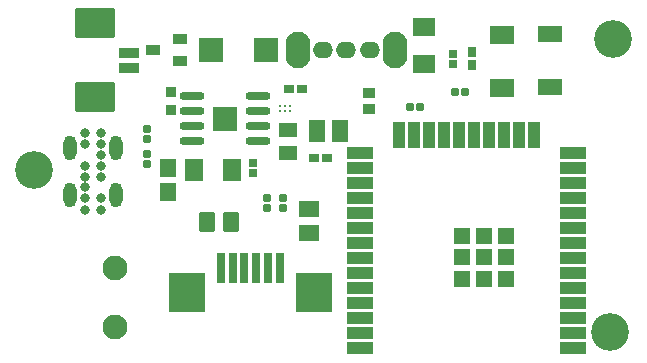
<source format=gts>
G04 Layer: TopSolderMaskLayer*
G04 EasyEDA v6.5.38, 2023-12-02 23:03:57*
G04 3574156a907d4d7c87788ecda130693a,c7ad1a84f3dd4ba2a6b1e1313e4bac77,10*
G04 Gerber Generator version 0.2*
G04 Scale: 100 percent, Rotated: No, Reflected: No *
G04 Dimensions in millimeters *
G04 leading zeros omitted , absolute positions ,4 integer and 5 decimal *
%FSLAX45Y45*%
%MOMM*%

%AMMACRO1*1,1,$1,$2,$3*1,1,$1,$4,$5*1,1,$1,0-$2,0-$3*1,1,$1,0-$4,0-$5*20,1,$1,$2,$3,$4,$5,0*20,1,$1,$4,$5,0-$2,0-$3,0*20,1,$1,0-$2,0-$3,0-$4,0-$5,0*20,1,$1,0-$4,0-$5,$2,$3,0*4,1,4,$2,$3,$4,$5,0-$2,0-$3,0-$4,0-$5,$2,$3,0*%
%ADD10R,2.2016X1.0516*%
%ADD11R,1.0516X2.2016*%
%ADD12MACRO1,0.1016X0.665X0.665X0.665X-0.665*%
%ADD13MACRO1,0.2032X0.58X-0.725X-0.58X-0.725*%
%ADD14R,1.6532X1.3632*%
%ADD15MACRO1,0.1016X0.395X0.27X0.395X-0.27*%
%ADD16MACRO1,0.1016X-0.395X0.27X-0.395X-0.27*%
%ADD17MACRO1,0.1016X-0.395X-0.27X-0.395X0.27*%
%ADD18MACRO1,0.1016X0.395X-0.27X0.395X0.27*%
%ADD19MACRO1,0.1016X-0.27X0.395X0.27X0.395*%
%ADD20MACRO1,0.1016X-0.27X-0.395X0.27X-0.395*%
%ADD21MACRO1,0.1016X-0.864X0.7425X0.864X0.7425*%
%ADD22MACRO1,0.1016X-0.864X-0.7425X0.864X-0.7425*%
%ADD23MACRO1,0.1016X0.45X0.4X0.45X-0.4*%
%ADD24MACRO1,0.1016X0.7425X0.864X0.7425X-0.864*%
%ADD25MACRO1,0.1016X-0.7425X0.864X-0.7425X-0.864*%
%ADD26R,1.4516X1.5116*%
%ADD27MACRO1,0.1016X0.8X0.4X0.8X-0.4*%
%ADD28MACRO1,0.1016X1.65X1.2X1.65X-1.2*%
%ADD29MACRO1,0.1016X-1X1X1X1*%
%ADD30MACRO1,0.1016X0.25X-1.25X-0.25X-1.25*%
%ADD31MACRO1,0.1016X1.5X-1.6X-1.5X-1.6*%
%ADD32MACRO1,0.1016X0.6X-0.9X-0.6X-0.9*%
%ADD33C,2.1016*%
%ADD34MACRO1,0.1016X0.5X-0.4X-0.5X-0.4*%
%ADD35MACRO1,0.1016X-0.6885X0.5663X0.6885X0.5663*%
%ADD36MACRO1,0.1016X-0.6885X-0.5663X0.6885X-0.5663*%
%ADD37MACRO1,0.1016X0.2828X0.27X0.2828X-0.27*%
%ADD38MACRO1,0.1016X-0.2828X0.27X-0.2828X-0.27*%
%ADD39R,0.6416X0.6673*%
%ADD40MACRO1,0.1016X-0.27X0.2828X0.27X0.2828*%
%ADD41MACRO1,0.1016X-0.27X-0.2828X0.27X-0.2828*%
%ADD42MACRO1,0.1016X-0.2828X-0.27X-0.2828X0.27*%
%ADD43MACRO1,0.1016X0.2828X-0.27X0.2828X0.27*%
%ADD44R,0.9656X0.9081*%
%ADD45R,2.1016X1.4516*%
%ADD46MACRO1,0.1016X1X0.675X1X-0.675*%
%ADD47O,1.7015460000000002X1.4015720000000003*%
%ADD48O,2.101596X3.1015939999999995*%
%ADD49O,2.1395944X0.6755891999999999*%
%ADD50C,0.2850*%
%ADD51C,0.8016*%
%ADD52O,1.1015979999999999X2.101596*%
%ADD53C,3.2032*%

%LPD*%
D10*
G01*
X2766898Y-1154252D03*
G01*
X2766898Y-1027252D03*
G01*
X2766898Y-900252D03*
G01*
X2766898Y-773252D03*
G01*
X2766898Y-646252D03*
G01*
X2766898Y-519252D03*
G01*
X2766898Y-392252D03*
G01*
X2766898Y-265252D03*
G01*
X2766898Y-138252D03*
G01*
X2766898Y-11252D03*
G01*
X2766898Y115747D03*
G01*
X2766898Y242747D03*
G01*
X2766898Y369747D03*
G01*
X2766898Y496747D03*
D11*
G01*
X2438400Y646252D03*
G01*
X2311400Y646252D03*
G01*
X2184400Y646252D03*
G01*
X2057400Y646252D03*
G01*
X1930400Y646252D03*
G01*
X1803400Y646252D03*
G01*
X1676400Y646252D03*
G01*
X1549400Y646252D03*
G01*
X1422400Y646252D03*
G01*
X1295400Y646252D03*
D10*
G01*
X966901Y496747D03*
G01*
X966901Y369747D03*
G01*
X966901Y242747D03*
G01*
X966901Y115747D03*
G01*
X966901Y-11252D03*
G01*
X966901Y-138252D03*
G01*
X966901Y-265252D03*
G01*
X966901Y-392252D03*
G01*
X966901Y-519252D03*
G01*
X966901Y-646252D03*
G01*
X966901Y-773252D03*
G01*
X966901Y-900252D03*
G01*
X966901Y-1027252D03*
G01*
X966901Y-1154252D03*
D12*
G01*
X2016876Y-385842D03*
G01*
X2200374Y-385832D03*
G01*
X1833379Y-385832D03*
G01*
X1833379Y-569342D03*
G01*
X2016889Y-569342D03*
G01*
X2200374Y-569342D03*
G01*
X2200374Y-202347D03*
G01*
X2016889Y-202347D03*
G01*
X1833382Y-202347D03*
D13*
G01*
X-127000Y-88900D03*
G01*
X-330200Y-88900D03*
D14*
G01*
X533400Y-177800D03*
G01*
X533400Y25400D03*
D15*
G01*
X364594Y1041400D03*
D16*
G01*
X473605Y1041400D03*
D17*
G01*
X689505Y457200D03*
D18*
G01*
X580494Y457200D03*
D19*
G01*
X1917700Y1240894D03*
D20*
G01*
X1917700Y1349905D03*
D21*
G01*
X1511300Y1250449D03*
D22*
G01*
X1511300Y1568950D03*
D23*
G01*
X1041400Y869800D03*
G01*
X1041400Y1009799D03*
D24*
G01*
X-438650Y355600D03*
D25*
G01*
X-120149Y355600D03*
D26*
G01*
X-660400Y369696D03*
G01*
X-660400Y163703D03*
D27*
G01*
X-985304Y1220182D03*
G01*
X-985304Y1345168D03*
D28*
G01*
X-1275295Y1595208D03*
G01*
X-1275295Y970201D03*
D29*
G01*
X-293504Y1371600D03*
G01*
X166497Y1371600D03*
D30*
G01*
X-211902Y-479196D03*
G01*
X-111902Y-479196D03*
G01*
X-11902Y-479196D03*
G01*
X88099Y-479196D03*
G01*
X188099Y-479196D03*
G01*
X288099Y-479196D03*
D31*
G01*
X573100Y-689203D03*
G01*
X-496900Y-689203D03*
D32*
G01*
X598500Y685800D03*
G01*
X798499Y685800D03*
D33*
G01*
X-1104900Y-974344D03*
G01*
X-1104900Y-473455D03*
D34*
G01*
X-558098Y1466601D03*
G01*
X-788101Y1371605D03*
G01*
X-558101Y1276598D03*
D35*
G01*
X355600Y500273D03*
D36*
G01*
X355600Y693526D03*
D37*
G01*
X1772817Y1016000D03*
D38*
G01*
X1859382Y1016000D03*
D39*
G01*
X1752600Y1338681D03*
G01*
X1752600Y1252118D03*
D40*
G01*
X177800Y32917D03*
D41*
G01*
X177800Y119482D03*
D40*
G01*
X317500Y32917D03*
D41*
G01*
X317500Y119482D03*
D42*
G01*
X1478382Y889000D03*
D43*
G01*
X1391817Y889000D03*
D39*
G01*
X63500Y411581D03*
G01*
X63500Y325018D03*
D40*
G01*
X-838200Y617117D03*
D41*
G01*
X-838200Y703682D03*
D40*
G01*
X-838200Y401217D03*
D41*
G01*
X-838200Y487782D03*
D44*
G01*
X-635000Y1015136D03*
G01*
X-635000Y864463D03*
D45*
G01*
X2578100Y1057706D03*
G01*
X2578100Y1507693D03*
D46*
G01*
X2171700Y1495000D03*
G01*
X2171700Y1044999D03*
D47*
G01*
X1050899Y1371600D03*
G01*
X650900Y1371600D03*
G01*
X851560Y1371600D03*
D48*
G01*
X440893Y1371600D03*
G01*
X1260906Y1371600D03*
D49*
G01*
X-454710Y977900D03*
G01*
X-454710Y850900D03*
G01*
X-454710Y723900D03*
G01*
X-454710Y596900D03*
G01*
X99110Y977900D03*
G01*
X99110Y850900D03*
G01*
X99110Y723900D03*
G01*
X99110Y596900D03*
D29*
G01*
X-177800Y787400D03*
D50*
G01*
X290195Y856284D03*
G01*
X290195Y896289D03*
G01*
X330200Y856284D03*
G01*
X330200Y896289D03*
G01*
X370204Y856284D03*
G01*
X370204Y896289D03*
D51*
G01*
X-1365402Y667893D03*
G01*
X-1365402Y572896D03*
G01*
X-1365402Y387883D03*
G01*
X-1365402Y297891D03*
G01*
X-1365402Y207873D03*
G01*
X-1365402Y112877D03*
G01*
X-1365402Y17881D03*
G01*
X-1225397Y17881D03*
G01*
X-1225397Y112877D03*
G01*
X-1225397Y297891D03*
G01*
X-1225397Y387883D03*
G01*
X-1225397Y477875D03*
G01*
X-1225397Y572896D03*
G01*
X-1225397Y667893D03*
D52*
G01*
X-1102410Y142900D03*
G01*
X-1102410Y542899D03*
G01*
X-1488389Y142900D03*
G01*
X-1488389Y542899D03*
D53*
G01*
X-1790700Y355600D03*
G01*
X3111500Y1460500D03*
G01*
X3086100Y-1016000D03*
M02*

</source>
